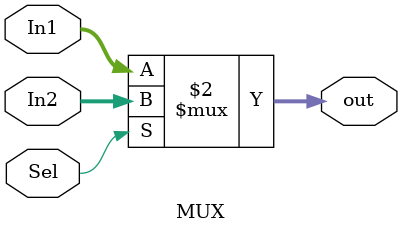
<source format=v>
module MUX(
	input [31:0] In1, In2,
	input Sel,
	output reg [31:0] out

);

always @ (*)
begin
	out = Sel? In2:In1;
end


endmodule

</source>
